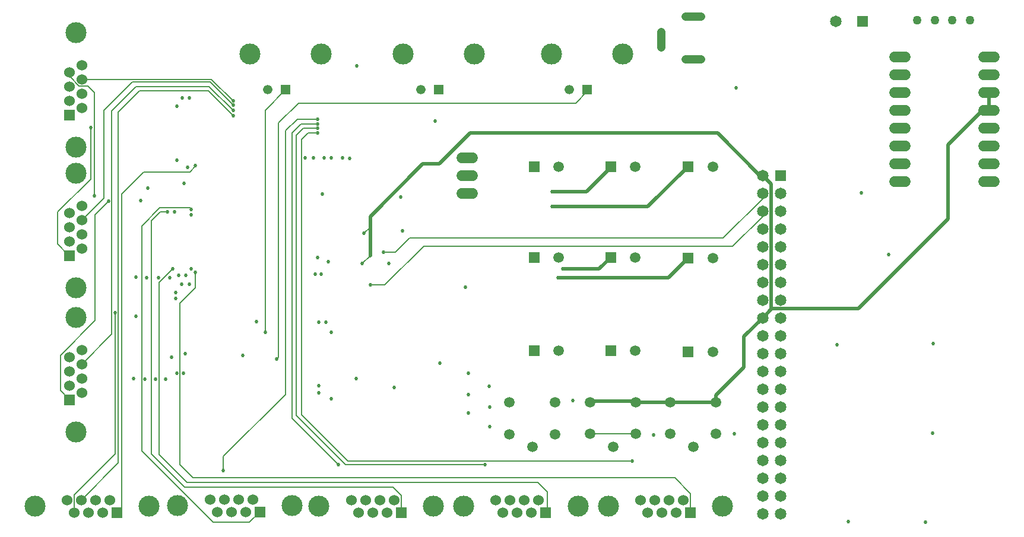
<source format=gbr>
G04 EAGLE Gerber RS-274X export*
G75*
%MOMM*%
%FSLAX34Y34*%
%LPD*%
%INBottom Copper*%
%IPPOS*%
%AMOC8*
5,1,8,0,0,1.08239X$1,22.5*%
G01*
G04 Define Apertures*
%ADD10R,1.500000X1.500000*%
%ADD11C,1.500000*%
%ADD12C,1.524000*%
%ADD13R,1.335000X1.335000*%
%ADD14C,1.335000*%
%ADD15C,3.000000*%
%ADD16C,1.524000*%
%ADD17R,1.524000X1.524000*%
%ADD18C,1.200000*%
%ADD19C,1.260000*%
%ADD20R,1.650000X1.650000*%
%ADD21C,1.650000*%
%ADD22C,0.525000*%
%ADD23C,0.152400*%
%ADD24C,0.508000*%
D10*
X967990Y326740D03*
D11*
X1002990Y326740D03*
D12*
X1389150Y569490D02*
X1404390Y569490D01*
X1404390Y594890D02*
X1389150Y594890D01*
X1389150Y620290D02*
X1404390Y620290D01*
X1404390Y645690D02*
X1389150Y645690D01*
X1389150Y671090D02*
X1404390Y671090D01*
X1404390Y696490D02*
X1389150Y696490D01*
X1389150Y721890D02*
X1404390Y721890D01*
X1404390Y747290D02*
X1389150Y747290D01*
X1277390Y569490D02*
X1262150Y569490D01*
X1262150Y594890D02*
X1277390Y594890D01*
X1277390Y620290D02*
X1262150Y620290D01*
X1262150Y645690D02*
X1277390Y645690D01*
X1277390Y671090D02*
X1262150Y671090D01*
X1262150Y696490D02*
X1277390Y696490D01*
X1277390Y721890D02*
X1262150Y721890D01*
X1262150Y747290D02*
X1277390Y747290D01*
D13*
X393470Y700300D03*
D14*
X368070Y700300D03*
D15*
X444270Y751100D03*
X342670Y751100D03*
D13*
X824000Y700300D03*
D14*
X798600Y700300D03*
D15*
X874800Y751100D03*
X773200Y751100D03*
D16*
X900154Y114578D03*
X920474Y114578D03*
X940794Y114578D03*
X961114Y114578D03*
X910314Y96798D03*
X930634Y96798D03*
X950954Y96798D03*
D17*
X971274Y96798D03*
D15*
X1017214Y105988D03*
X854214Y105988D03*
D16*
X693645Y115079D03*
X713965Y115079D03*
X734285Y115079D03*
X754605Y115079D03*
X703805Y97299D03*
X724125Y97299D03*
X744445Y97299D03*
D17*
X764765Y97299D03*
D15*
X810705Y106489D03*
X647705Y106489D03*
D16*
X487404Y114578D03*
X507724Y114578D03*
X528044Y114578D03*
X548364Y114578D03*
X497564Y96798D03*
X517884Y96798D03*
X538204Y96798D03*
D17*
X558524Y96798D03*
D15*
X604464Y105988D03*
X441464Y105988D03*
D16*
X285745Y115309D03*
X306065Y115309D03*
X326385Y115309D03*
X346705Y115309D03*
X295905Y97529D03*
X316225Y97529D03*
X336545Y97529D03*
D17*
X356865Y97529D03*
D15*
X402805Y106719D03*
X239805Y106719D03*
D16*
X82119Y114883D03*
X102439Y114883D03*
X122759Y114883D03*
X143079Y114883D03*
X92279Y97103D03*
X112599Y97103D03*
X132919Y97103D03*
D17*
X153239Y97103D03*
D15*
X199179Y106293D03*
X36179Y106293D03*
D16*
X103400Y329160D03*
X103400Y308840D03*
X103400Y288520D03*
X103400Y268200D03*
X85620Y319000D03*
X85620Y298680D03*
X85620Y278360D03*
D17*
X85620Y258040D03*
D15*
X94810Y212100D03*
X94810Y375100D03*
D16*
X103400Y534900D03*
X103400Y514580D03*
X103400Y494260D03*
X103400Y473940D03*
X85620Y524740D03*
X85620Y504420D03*
X85620Y484100D03*
D17*
X85620Y463780D03*
D15*
X94810Y417840D03*
X94810Y580840D03*
D16*
X103400Y735560D03*
X103400Y715240D03*
X103400Y694920D03*
X103400Y674600D03*
X85620Y725400D03*
X85620Y705080D03*
X85620Y684760D03*
D17*
X85620Y664440D03*
D15*
X94810Y618500D03*
X94810Y781500D03*
D18*
X964410Y804370D02*
X986410Y804370D01*
X929410Y782870D02*
X929410Y760870D01*
X964410Y743370D02*
X986410Y743370D01*
D19*
X1294870Y799870D03*
X1319870Y799870D03*
X1344870Y799870D03*
X1369870Y799870D03*
D10*
X857500Y328010D03*
D11*
X892500Y328010D03*
D10*
X748280Y328010D03*
D11*
X783280Y328010D03*
D10*
X967990Y460090D03*
D11*
X1002990Y460090D03*
D10*
X857500Y461360D03*
D11*
X892500Y461360D03*
D10*
X748280Y461360D03*
D11*
X783280Y461360D03*
D10*
X967990Y590900D03*
D11*
X1002990Y590900D03*
D10*
X857500Y590900D03*
D11*
X892500Y590900D03*
D10*
X748280Y590900D03*
D11*
X783280Y590900D03*
D13*
X611910Y700300D03*
D14*
X586510Y700300D03*
D15*
X662710Y751100D03*
X561110Y751100D03*
D20*
X1216430Y798090D03*
D21*
X1178330Y798090D03*
D20*
X1099550Y578230D03*
D21*
X1074150Y578230D03*
X1099550Y552830D03*
X1074150Y552830D03*
X1099550Y527430D03*
X1074150Y527430D03*
X1099550Y502030D03*
X1074150Y502030D03*
X1099550Y476630D03*
X1074150Y476630D03*
X1099550Y451230D03*
X1074150Y451230D03*
X1099550Y425830D03*
X1074150Y425830D03*
X1099550Y400430D03*
X1074150Y400430D03*
X1099550Y375030D03*
X1074150Y375030D03*
X1099550Y349630D03*
X1074150Y349630D03*
X1099550Y324230D03*
X1074150Y324230D03*
X1099550Y298830D03*
X1074150Y298830D03*
X1099550Y273430D03*
X1074150Y273430D03*
X1099550Y248030D03*
X1074150Y248030D03*
X1099550Y222630D03*
X1074150Y222630D03*
X1099550Y197230D03*
X1074150Y197230D03*
X1099550Y171830D03*
X1074150Y171830D03*
X1099550Y146430D03*
X1074150Y146430D03*
X1099550Y121030D03*
X1074150Y121030D03*
X1099550Y95630D03*
X1074150Y95630D03*
D12*
X660630Y552120D02*
X645390Y552120D01*
X645390Y577520D02*
X660630Y577520D01*
X660630Y602920D02*
X645390Y602920D01*
D11*
X942650Y254700D03*
X1007650Y254700D03*
X1007650Y209700D03*
X942650Y209700D03*
X975150Y191200D03*
X828096Y254580D03*
X893096Y254580D03*
X893096Y209580D03*
X828096Y209580D03*
X860596Y191080D03*
X713256Y254088D03*
X778256Y254088D03*
X778256Y209088D03*
X713256Y209088D03*
X745756Y190588D03*
D22*
X1036090Y702840D03*
X1215160Y552980D03*
X1033582Y209400D03*
X1306600Y83080D03*
X1196110Y84350D03*
X650340Y418280D03*
X918520Y208130D03*
X1179830Y336880D03*
X1253490Y465150D03*
X1316990Y337820D03*
X803656Y256540D03*
X654812Y265176D03*
X654812Y295910D03*
X248920Y566420D03*
X196850Y560070D03*
X440690Y368300D03*
X450850Y368300D03*
X654812Y239353D03*
X421640Y603250D03*
X448310Y603250D03*
X474980Y603250D03*
X176530Y288290D03*
X208280Y287020D03*
X222250Y287020D03*
X351790Y369570D03*
X231140Y318770D03*
X180340Y433070D03*
X212090Y431800D03*
X228600Y431800D03*
X238760Y599440D03*
X259191Y521970D03*
X234950Y525780D03*
X256540Y688340D03*
X238760Y676910D03*
X241300Y435610D03*
X254000Y589280D03*
X259080Y444500D03*
X440690Y278130D03*
X440690Y267970D03*
X494030Y288290D03*
X444500Y436880D03*
X435610Y436880D03*
X439420Y461351D03*
X495300Y734060D03*
X607060Y655320D03*
X332470Y321310D03*
X613410Y309880D03*
X237166Y402266D03*
X180340Y377190D03*
X1316736Y210566D03*
X195665Y432308D03*
X193125Y287020D03*
X247905Y295910D03*
X238591Y295910D03*
X245621Y423161D03*
X256670Y423288D03*
X485140Y601980D03*
X683768Y277622D03*
X684784Y247650D03*
X684784Y219710D03*
X237211Y411201D03*
X458470Y603250D03*
X433070Y603250D03*
X250889Y323405D03*
X246380Y688340D03*
X186690Y542290D03*
X251460Y435610D03*
X458470Y259080D03*
X458470Y354330D03*
X445770Y551180D03*
X548640Y275590D03*
X541274Y452897D03*
X454553Y454660D03*
X558038Y547624D03*
X560070Y498856D03*
D23*
X92279Y122236D02*
X92279Y97103D01*
X92279Y122236D02*
X150868Y180825D01*
X150868Y382016D02*
X150614Y382270D01*
X150868Y382016D02*
X150868Y180825D01*
D22*
X150614Y382270D03*
D23*
X86890Y724130D02*
X85620Y725400D01*
X111462Y705588D02*
X120650Y696400D01*
X120650Y548640D01*
D22*
X120650Y548640D03*
D23*
X86890Y718100D02*
X86890Y724130D01*
X86890Y718100D02*
X99402Y705588D01*
X111462Y705588D01*
X416560Y236982D02*
X482854Y170688D01*
X887984Y170688D01*
D22*
X887984Y170688D03*
X439453Y638777D03*
D23*
X416560Y629854D02*
X416560Y236982D01*
X425483Y638777D02*
X439453Y638777D01*
X425483Y638777D02*
X416560Y629854D01*
D22*
X439420Y658370D03*
D23*
X410210Y658370D01*
X393700Y641860D01*
X393700Y265684D01*
X305054Y177038D01*
X305054Y156718D01*
D22*
X305054Y156718D03*
D23*
X408940Y235712D02*
X408940Y635170D01*
X408940Y235712D02*
X479044Y165608D01*
X678434Y165608D01*
D22*
X678434Y165608D03*
X439453Y645297D03*
D23*
X419067Y645297D01*
X408940Y635170D01*
X155271Y167715D02*
X102439Y114883D01*
D22*
X318770Y662940D03*
D23*
X283210Y698500D01*
X185420Y698500D01*
X155271Y668351D01*
X155271Y167715D01*
X402590Y231902D02*
X402590Y639150D01*
X402590Y231902D02*
X468884Y165608D01*
D22*
X468884Y165608D03*
X439453Y651817D03*
D23*
X415257Y651817D01*
X402590Y639150D01*
D22*
X318770Y670560D03*
D23*
X284480Y704850D01*
X180340Y704850D01*
X145957Y670467D01*
X145957Y351397D02*
X103400Y308840D01*
X145957Y351397D02*
X145957Y670467D01*
X103400Y715240D02*
X288230Y715240D01*
D22*
X318803Y684733D03*
D23*
X318737Y684733D02*
X288230Y715240D01*
X318737Y684733D02*
X318803Y684733D01*
D22*
X318770Y678180D03*
D23*
X285750Y711200D01*
X175260Y711200D01*
X134620Y670560D01*
X134620Y545800D02*
X103400Y514580D01*
X134620Y545800D02*
X134620Y670560D01*
D22*
X773430Y533400D03*
D24*
X910490Y533400D01*
X967990Y590900D01*
D22*
X773430Y554990D03*
D24*
X857500Y589530D02*
X857500Y590900D01*
X857500Y589530D02*
X822960Y554990D01*
X773430Y554990D01*
X1387880Y671090D02*
X1395500Y671090D01*
X1396770Y671090D01*
X1396770Y672360D02*
X1396770Y696490D01*
X1396770Y672360D02*
X1395500Y671090D01*
X1387880Y671090D02*
X1338350Y621560D01*
X1047520Y348400D02*
X1047520Y304730D01*
X1047520Y348400D02*
X1074150Y375030D01*
X1338350Y516150D02*
X1338350Y621560D01*
X1047520Y304730D02*
X1007650Y264860D01*
X1007650Y254700D01*
X942650Y254700D01*
X942634Y254684D01*
X891826Y255850D02*
X829366Y255850D01*
X828096Y254580D01*
X1210560Y388360D02*
X1338350Y516150D01*
X1210560Y388360D02*
X1087480Y388360D01*
X1074150Y375030D01*
X1074150Y578230D02*
X1070230Y578230D01*
X1009650Y638810D01*
X657352Y638810D01*
X612902Y594360D01*
X514350Y519749D02*
X514350Y504190D01*
X514350Y463550D01*
X1074150Y578230D02*
X1086210Y566170D01*
X1086210Y387090D01*
X1074150Y375030D01*
D22*
X505460Y495300D03*
D24*
X588961Y594360D02*
X612902Y594360D01*
D22*
X502920Y452120D03*
D23*
X514350Y463550D01*
X505460Y495300D02*
X514350Y504190D01*
D24*
X891826Y255850D02*
X893096Y254580D01*
X942531Y254580D01*
X942650Y254700D01*
D22*
X586232Y591631D03*
D24*
X588961Y594360D01*
X586232Y591631D02*
X514350Y519749D01*
D23*
X828096Y209580D02*
X893096Y209580D01*
X393470Y700300D02*
X364490Y671320D01*
X364490Y354330D01*
D22*
X364490Y354330D03*
X515112Y421894D03*
D23*
X1074150Y519810D02*
X1074150Y527430D01*
X1074150Y519810D02*
X1031582Y477242D01*
X535450Y421894D02*
X515112Y421894D01*
X590798Y477242D02*
X1031582Y477242D01*
X590798Y477242D02*
X535450Y421894D01*
D22*
X533646Y468876D03*
D23*
X1074150Y545210D02*
X1074150Y552830D01*
X1074150Y545210D02*
X1017866Y488926D01*
X570206Y488926D01*
X550156Y468876D01*
X533646Y468876D01*
D22*
X381000Y316230D03*
D23*
X383540Y318770D02*
X383540Y652780D01*
X383540Y318770D02*
X381000Y316230D01*
X383540Y652780D02*
X412193Y681433D01*
X824000Y698146D02*
X824000Y700300D01*
X824000Y698146D02*
X807287Y681433D01*
X412193Y681433D01*
X261874Y146558D02*
X949134Y146558D01*
X971274Y124418D01*
X971274Y96798D01*
D22*
X265346Y440111D03*
D23*
X243248Y165184D02*
X261874Y146558D01*
X265346Y417505D02*
X265346Y440111D01*
X265346Y417505D02*
X243248Y395407D01*
X243248Y165184D01*
D22*
X232410Y444500D03*
D23*
X213360Y425450D01*
X213360Y179832D01*
X767334Y126238D02*
X767334Y99868D01*
X764765Y97299D01*
X767334Y126238D02*
X753618Y139954D01*
X253238Y139954D02*
X213360Y179832D01*
X253238Y139954D02*
X753618Y139954D01*
X214207Y531707D02*
X188468Y505968D01*
X188468Y184965D02*
X290375Y83058D01*
X188468Y184965D02*
X188468Y505968D01*
X290375Y83058D02*
X342394Y83058D01*
X356865Y97529D01*
X259185Y529695D02*
X257174Y531707D01*
X214207Y531707D01*
D22*
X259191Y529695D03*
D23*
X259185Y529695D01*
D22*
X224790Y525780D03*
D23*
X214630Y525780D01*
X201930Y513080D01*
X201930Y181102D01*
X558524Y121688D02*
X558524Y96798D01*
X558524Y121688D02*
X546862Y133350D01*
X249682Y133350D02*
X201930Y181102D01*
X249682Y133350D02*
X546862Y133350D01*
D22*
X265057Y592315D03*
D23*
X256942Y582930D02*
X191085Y582930D01*
X265057Y591045D02*
X265057Y592315D01*
X265057Y591045D02*
X256942Y582930D01*
X191085Y582930D02*
X159843Y551688D01*
X159843Y103707D01*
X153239Y97103D01*
D22*
X140970Y541020D03*
D23*
X121920Y521970D01*
X121920Y370840D01*
X72390Y321310D01*
X72390Y271270D01*
X85620Y258040D01*
D22*
X115570Y646007D03*
D23*
X115570Y572770D01*
X68580Y525780D01*
X68580Y480060D01*
X84860Y463780D01*
X85620Y463780D01*
D22*
X788670Y444500D03*
D24*
X840640Y444500D01*
X857500Y461360D01*
D22*
X782320Y431800D03*
D24*
X939700Y431800D01*
X967990Y460090D01*
M02*

</source>
